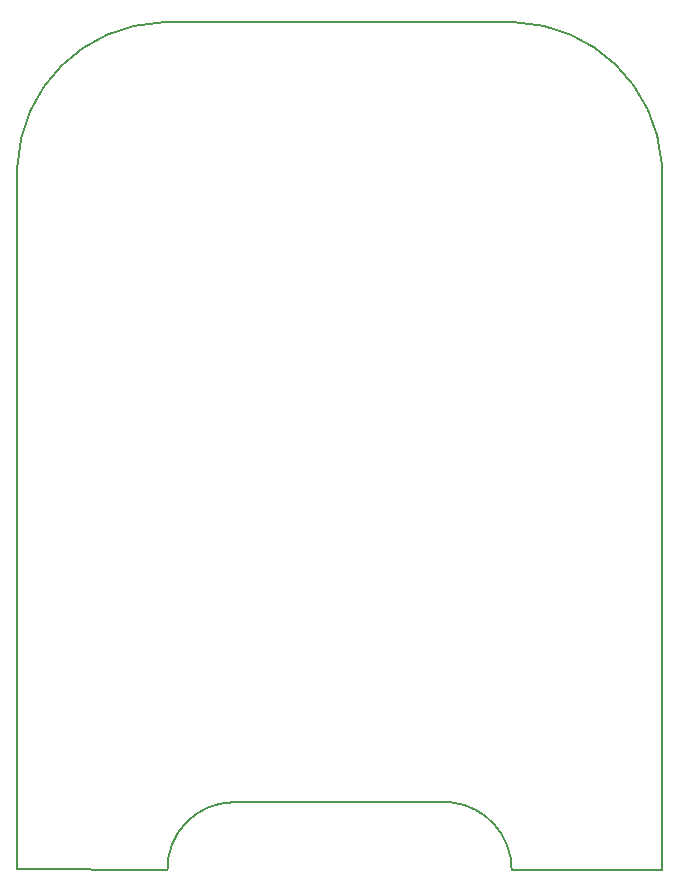
<source format=gbr>
G04 DipTrace 3.0.0.1*
G04 BoardOutline.gbr*
%MOMM*%
G04 #@! TF.FileFunction,Profile*
G04 #@! TF.Part,Single*
%ADD11C,0.14*%
%FSLAX35Y35*%
G04*
G71*
G90*
G75*
G01*
G04 BoardOutline*
%LPD*%
X154667Y7564000D2*
D11*
G02X1386000Y8785667I1265806J-44451D01*
G01*
X4367667D1*
G02X5610667Y7587333I-37876J-1283120D01*
G01*
X5612000Y1611667D1*
X4339667Y1609000D1*
G03X3829333Y2181667I-574203J2024D01*
G01*
X1980000Y2182333D1*
G03X1425000Y1609333I8538J-563552D01*
G01*
X151667Y1613000D1*
X154667Y7564000D1*
M02*

</source>
